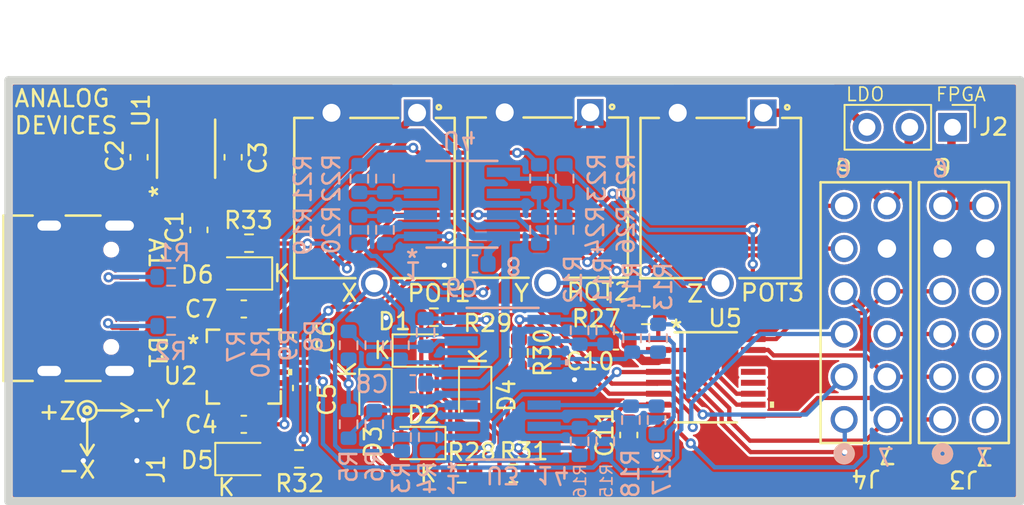
<source format=kicad_pcb>
(kicad_pcb (version 20221018) (generator pcbnew)
  (layers (0 "F.Cu" signal) (31 "B.Cu" power) (34 "B.Paste" user) (35 "F.Paste" user) (36 "B.SilkS" user "B.Silkscreen") (37 "F.SilkS" user "F.Silkscreen") (38 "B.Mask" user) (39 "F.Mask" user) (44 "Edge.Cuts" user))
  (net 0 "")
  (net 1 "Xout")
  (net 2 "GND")
  (net 3 "Yout")
  (net 4 "Zout")
  (net 5 "VBUS")
  (net 12 "3v3_FPGA")
  (net 13 "3v3_EXT")
  (net 14 "CS")
  (net 15 "MOSI")
  (net 16 "MISO")
  (net 17 "SCLK")
  (net 22 "Out_X+")
  (net 23 "Out_X-")
  (net 24 "Out_Y+")
  (net 25 "Out_Y-")
  (net 26 "Out_Z+")
  (net 27 "Out_Z-")
  (net 28 "Vx_off")
  (net 29 "Vy_off")
  (net 30 "/SS")
  (net 31 "Vz_off")
  (net 32 "/CC2")
  (net 34 "+3V3")
  (net 35 "/CC1")
  (net 43 "/VREF")
  (net 44 "/*RESET")
  (net 45 "/INA+")
  (net 46 "/INB-")
  (net 47 "/INA-")
  (net 48 "/INB+")
  (net 49 "/INC-")
  (net 50 "/INC+")
  (net 51 "/IND-")
  (net 52 "/IND+")
  (net 53 "/284_INA-")
  (net 54 "/284_INA+")
  (net 55 "/284_INB-")
  (net 56 "/284_INB+")
  (net 57 "/A_D1")
  (net 58 "/A_D2")
  (net 59 "/A_D3")
  (net 60 "/A_D4")
  (net 61 "/A_D5")
  (net 62 "/A_D6")
  (footprint "componente:CP_16_5A_ADI" (layer "F.Cu") (at 178.181 80.518)
    (fp_text reference "U2")
    (fp_text value "ADXL327BCPZ-RL7")
  )
  (footprint "Resistor_SMD:R_0603_1608Metric" (layer "F.Cu") (at 194.52 79.7 -90)
    (fp_text reference "R30")
    (fp_text value "150" hide)
  )
  (footprint "Diode_SMD:D_0805_2012Metric" (layer "F.Cu") (at 178.17 86.01)
    (fp_text reference "D5")
    (fp_text value "LED" hide)
  )
  (footprint "Resistor_SMD:R_0603_1608Metric" (layer "F.Cu") (at 202.057 77.47)
    (fp_text reference "R27")
    (fp_text value "10k" hide)
  )
  (footprint "Capacitor_SMD:C_0603_1608Metric" (layer "F.Cu") (at 181.61 81.788 -90)
    (fp_text reference "C5")
    (fp_text value "0.47uF")
  )
  (footprint "Diode_SMD:D_0805_2012Metric" (layer "F.Cu") (at 186 82.35 -90)
    (fp_text reference "D3")
    (fp_text value "LED" hide)
  )
  (footprint "Capacitor_SMD:C_0603_1608Metric" (layer "F.Cu") (at 178.181 77.089 180)
    (fp_text reference "C7")
    (fp_text value "0.1uF")
  )
  (footprint "Capacitor_SMD:C_0603_1608Metric" (layer "F.Cu") (at 175.514 72.39 -90)
    (fp_text reference "C1")
    (fp_text value "2.2uF" hide)
  )
  (footprint "Resistor_SMD:R_0603_1608Metric" (layer "F.Cu") (at 181.46 86 180)
    (fp_text reference "R32")
    (fp_text value "150" hide)
  )
  (footprint "Capacitor_SMD:C_0603_1608Metric" (layer "F.Cu") (at 171.958 68.072 90)
    (fp_text reference "C2")
    (fp_text value "2.2uF" hide)
  )
  (footprint "componente:USB4105-GF-A" (layer "F.Cu") (at 167.894 76.454 -90)
    (fp_text reference "J1")
    (fp_text value "USB4105")
  )
  (footprint "Capacitor_SMD:C_0603_1608Metric" (layer "F.Cu") (at 177.546 68.072 90)
    (fp_text reference "C3")
    (fp_text value "10nF" hide)
  )
  (footprint "componente:RM_8_ADI" (layer "F.Cu") (at 174.752 67.564 90)
    (fp_text reference "U1")
    (fp_text value "ADP1715ARMZ-3.3-R7")
  )
  (footprint "Capacitor_SMD:C_0603_1608Metric" (layer "F.Cu") (at 178.181 83.947 180)
    (fp_text reference "C4")
    (fp_text value "0.47uF" hide)
  )
  (footprint "Capacitor_SMD:C_0603_1608Metric" (layer "F.Cu") (at 181.61 78.74 90)
    (fp_text reference "C6")
    (fp_text value "0.47uF" hide)
  )
  (footprint "Diode_SMD:D_0805_2012Metric" (layer "F.Cu") (at 191.92 82.22 -90)
    (fp_text reference "D4")
    (fp_text value "LED" hide)
  )
  (footprint "Capacitor_SMD:C_0603_1608Metric" (layer "F.Cu") (at 200.279 78.994 180)
    (fp_text reference "C10")
    (fp_text value "0.1uF" hide)
  )
  (footprint "Diode_SMD:D_0805_2012Metric" (layer "F.Cu") (at 178.181 74.98 180)
    (fp_text reference "D6")
    (fp_text value "LED")
  )
  (footprint "Resistor_SMD:R_0603_1608Metric" (layer "F.Cu") (at 189.47 77.58 180)
    (fp_text reference "R29")
    (fp_text value "150")
  )
  (footprint "componente:CONN_2213S-30G_MTC_new" (layer "F.Cu") (at 213.8299 83.6606 90)
    (fp_text reference "J4")
    (fp_text value "67996-212HLF")
  )
  (footprint "componente:RU_16_ADI" (layer "F.Cu") (at 205.613 81.153)
    (fp_text reference "U5")
    (fp_text value "AD5592RBRUZ")
  )
  (footprint "Resistor_SMD:R_0603_1608Metric" (layer "F.Cu") (at 191.12 86.89 180)
    (fp_text reference "R28")
    (fp_text value "150")
  )
  (footprint "Diode_SMD:D_0805_2012Metric" (layer "F.Cu") (at 188.7 79.56)
    (fp_text reference "D1")
    (fp_text value "LED" hide)
  )
  (footprint "componente:POT_3386G" (layer "F.Cu") (at 183.4134 75.2602 180)
    (fp_text reference "POT1")
    (fp_text value "5k" hide)
  )
  (footprint "componente:POT_3386G" (layer "F.Cu") (at 193.7004 75.2348 180)
    (fp_text reference "POT2")
    (fp_text value "5k" hide)
  )
  (footprint "Capacitor_SMD:C_0603_1608Metric" (layer "F.Cu") (at 201.041 84.582 -90)
    (fp_text reference "C11")
    (fp_text value "0.1uF" hide)
  )
  (footprint "componente:CONN_2213S-30G_MTC_new" (layer "F.Cu") (at 219.6719 83.6606 90)
    (fp_text reference "J3")
    (fp_text value "825457-6")
  )
  (footprint "Resistor_SMD:R_0603_1608Metric" (layer "F.Cu") (at 194.19 86.86 180)
    (fp_text reference "R31")
    (fp_text value "150")
  )
  (footprint "Diode_SMD:D_0805_2012Metric" (layer "F.Cu") (at 188.47 85.06 180)
    (fp_text reference "D2")
    (fp_text value "LED")
  )
  (footprint "Connector_PinHeader_2.54mm:PinHeader_1x03_P2.54mm_Vertical" (layer "F.Cu") (at 220.265 66.29 -90)
    (fp_text reference "J2")
    (fp_text value "901200763")
  )
  (footprint "componente:POT_3386G" (layer "F.Cu") (at 203.9747 75.2602 180)
    (fp_text reference "POT3")
    (fp_text value "5k" hide)
  )
  (footprint "Resistor_SMD:R_0603_1608Metric" (layer "F.Cu") (at 178.49 73.18 180)
    (fp_text reference "R33")
    (fp_text value "150")
  )
  (footprint "Resistor_SMD:R_0603_1608Metric" (layer "B.Cu") (at 188.976 78.486 90)
    (fp_text reference "R8")
    (fp_text value "5.49Meg")
  )
  (footprint "Resistor_SMD:R_0603_1608Metric" (layer "B.Cu") (at 195.707 72.39 -90)
    (fp_text reference "R24")
    (fp_text value "5.49Meg" hide)
  )
  (footprint "Resistor_SMD:R_0603_1608Metric" (layer "B.Cu") (at 197.231 69.342 -90)
    (fp_text reference "R25")
    (fp_text value "1Meg")
  )
  (footprint "Resistor_SMD:R_0603_1608Metric" (layer "B.Cu") (at 201.168 83.693 90)
    (fp_text reference "R18")
    (fp_text value "5.49Meg" hide)
  )
  (footprint "Resistor_SMD:R_0603_1608Metric" (layer "B.Cu") (at 199.644 78.359 -90)
    (fp_text reference "R11")
    (fp_text value "1Meg" hide)
  )
  (footprint "Resistor_SMD:R_0603_1608Metric" (layer "B.Cu") (at 184.404 83.947 -90)
    (fp_text reference "R5")
    (fp_text value "1Meg")
  )
  (footprint "Resistor_SMD:R_0603_1608Metric" (layer "B.Cu") (at 173.863 75.184 180)
    (fp_text reference "R1")
    (fp_text value "5k1")
  )
  (footprint "Resistor_SMD:R_0603_1608Metric" (layer "B.Cu") (at 185.928 83.947 90)
    (fp_text reference "R6")
    (fp_text value "5.49Meg" hide)
  )
  (footprint "Resistor_SMD:R_0603_1608Metric" (layer "B.Cu") (at 173.863 78.105 180)
    (fp_text reference "R2")
    (fp_text value "5k1")
  )
  (footprint "Resistor_SMD:R_0603_1608Metric" (layer "B.Cu") (at 187.452 79.248 -90)
    (fp_text reference "R9")
    (fp_text value "1Meg")
  )
  (footprint "componente:R_14_ADI" (layer "B.Cu") (at 193.548 81.534)
    (fp_text reference "U3")
    (fp_text value "OP484FSZ-REEL7")
  )
  (footprint "Resistor_SMD:R_0603_1608Metric" (layer "B.Cu") (at 184.404 79.248 90)
    (fp_text reference "R7")
    (fp_text value "1Meg" hide)
  )
  (footprint "Resistor_SMD:R_0603_1608Metric" (layer "B.Cu") (at 198.12 84.963 -90)
    (fp_text reference "R16")
    (fp_text value "5.49Meg" hide)
  )
  (footprint "Resistor_SMD:R_0603_1608Metric" (layer "B.Cu") (at 195.707 69.342 -90)
    (fp_text reference "R23")
    (fp_text value "1Meg")
  )
  (footprint "Resistor_SMD:R_0603_1608Metric" (layer "B.Cu") (at 186.563 69.342 -90)
    (fp_text reference "R22")
    (fp_text value "5.49Meg")
  )
  (footprint "Resistor_SMD:R_0603_1608Metric" (layer "B.Cu") (at 202.78 78.83 -90)
    (fp_text reference "R13")
    (fp_text value "1Meg" hide)
  )
  (footprint "Resistor_SMD:R_0603_1608Metric" (layer "B.Cu") (at 199.644 84.963 90)
    (fp_text reference "R15")
    (fp_text value "1Meg" hide)
  )
  (footprint "componente:R_8_ADI" (layer "B.Cu") (at 191.135 70.866)
    (fp_text reference "U4")
    (fp_text value "OP284FSZ-REEL7")
  )
  (footprint "Resistor_SMD:R_0603_1608Metric" (layer "B.Cu") (at 185.039 69.342 -90)
    (fp_text reference "R21")
    (fp_text value "1Meg")
  )
  (footprint "Resistor_SMD:R_0603_1608Metric" (layer "B.Cu") (at 201.24 78.83 -90)
    (fp_text reference "R14")
    (fp_text value "5.49Meg" hide)
  )
  (footprint "Resistor_SMD:R_0603_1608Metric" (layer "B.Cu") (at 189.103 84.709 -90)
    (fp_text reference "R4")
    (fp_text value "5.49Meg" hide)
  )
  (footprint "Resistor_SMD:R_0603_1608Metric" (layer "B.Cu") (at 202.692 83.693 90)
    (fp_text reference "R17")
    (fp_text value "1Meg")
  )
  (footprint "Resistor_SMD:R_0603_1608Metric" (layer "B.Cu") (at 198.12 78.359 90)
    (fp_text reference "R12")
    (fp_text value "5.49Meg")
  )
  (footprint "Capacitor_SMD:C_0603_1608Metric" (layer "B.Cu") (at 188.214 81.534 180)
    (fp_text reference "C8")
    (fp_text value "0.1uF" hide)
  )
  (footprint "Capacitor_SMD:C_0603_1608Metric" (layer "B.Cu") (at 191.91 74.41 180)
    (fp_text reference "C9")
    (fp_text value "0.1uF")
  )
  (footprint "Resistor_SMD:R_0603_1608Metric" (layer "B.Cu") (at 197.231 72.39 90)
    (fp_text reference "R26")
    (fp_text value "5.49Meg")
  )
  (footprint "Resistor_SMD:R_0603_1608Metric" (layer "B.Cu") (at 185.928 79.248 -90)
    (fp_text reference "R10")
    (fp_text value "5.49Meg")
  )
  (footprint "Resistor_SMD:R_0603_1608Metric" (layer "B.Cu") (at 185.039 72.39 90)
    (fp_text reference "R19")
    (fp_text value "1Meg")
  )
  (footprint "Resistor_SMD:R_0603_1608Metric" (layer "B.Cu") (at 186.563 72.39 -90)
    (fp_text reference "R20")
    (fp_text value "5.49Meg")
  )
  (footprint "Resistor_SMD:R_0603_1608Metric" (layer "B.Cu") (at 187.579 84.709 90)
    (fp_text reference "R3")
    (fp_text value "1Meg" hide)
  )
  (gr_line (start 170.91 82.71) (end 171.61 83.13) (stroke (width 0.15)) (layer "F.SilkS"))
  (gr_line (start 171.61 83.13) (end 170.93 83.51) (stroke (width 0.15)) (layer "F.SilkS"))
  (gr_line (start 168.88 85.77) (end 168.5 85.15) (stroke (width 0.15)) (layer "F.SilkS"))
  (gr_line (start 168.88 83.672268) (end 168.88 85.77) (stroke (width 0.15)) (layer "F.SilkS"))
  (gr_line (start 169.432268 83.12) (end 171.61 83.13) (stroke (width 0.15)) (layer "F.SilkS"))
  (gr_line (start 168.88 85.77) (end 169.27 85.17) (stroke (width 0.15)) (layer "F.SilkS"))
  (gr_circle (center 168.88 83.12) (end 168.47 82.75) (stroke (width 0.15)) (fill none) (layer "F.SilkS"))
  (gr_circle (center 168.88 83.12) (end 168.978995 83.12) (stroke (width 0.2)) (fill none) (layer "F.SilkS"))
  (gr_line (start 164.211 88.519) (end 164.211 63.5) (stroke (width 0.5)) (layer "Edge.Cuts"))
  (gr_line (start 224.282 63.5) (end 224.282 88.519) (stroke (width 0.5)) (layer "Edge.Cuts"))
  (gr_line (start 224.282 88.519) (end 164.211 88.519) (stroke (width 0.5)) (layer "Edge.Cuts"))
  (gr_line (start 164.211 63.5) (end 224.282 63.5) (stroke (width 0.5)) (layer "Edge.Cuts"))
  (gr_text "8" (at 193.62 73.94 180) (layer "B.SilkS") (effects (font (size 1 1)) (justify left bottom mirror)))
  (gr_text "7" (at 222.74 86.51) (layer "B.SilkS") (effects (font (size 1 1)) (justify left bottom mirror)))
  (gr_text "6" (at 214.32 69.31) (layer "B.SilkS") (effects (font (size 1 1)) (justify left bottom mirror)))
  (gr_text "14" (at 195.5 86.37 180) (layer "B.SilkS") (effects (font (size 1 1)) (justify left bottom mirror)))
  (gr_text "6" (at 220.1 69.34) (layer "B.SilkS") (effects (font (size 1 1)) (justify left bottom mirror)))
  (gr_text "7" (at 216.88 86.53) (layer "B.SilkS") (effects (font (size 1 1)) (justify left bottom mirror)))
  (gr_text "1" (at 187.66 74.2 180) (layer "B.SilkS") (effects (font (size 1 1)) (justify left bottom mirror)))
  (gr_text "1" (at 190.04 86.89 180) (layer "B.SilkS") (effects (font (size 1 1)) (justify left bottom mirror)))
  (gr_text "K" (at 185.801 80.137) (layer "F.SilkS") (effects (font (size 1 1) (thickness 0.15) bold) (justify left bottom)))
  (gr_text "ANALOG\nDEVICES" (at 164.48 66.77) (layer "F.SilkS") (effects (font (size 1 1)) (justify left bottom)))
  (gr_text "FPGA" (at 219.21 64.81) (layer "F.SilkS") (effects (font (size 0.8 0.8) (thickness 0.1)) (justify left bottom)))
  (gr_text "A1" (at 172.466 72.771 -90) (layer "F.SilkS") (effects (font (size 1 1)) (justify left bottom)))
  (gr_text "K" (at 184.912 81.28 90) (layer "F.SilkS") (effects (font (size 1 1) (thickness 0.15) bold) (justify left bottom)))
  (gr_text "K" (at 179.832 75.565) (layer "F.SilkS") (effects (font (size 1 1) (thickness 0.15) bold) (justify left bottom)))
  (gr_text "K" (at 176.54 88.28) (layer "F.SilkS") (effects (font (size 1 1) (thickness 0.15) bold) (justify left bottom)))
  (gr_text "K" (at 188.53 87.46) (layer "F.SilkS") (effects (font (size 1 1) (thickness 0.15) bold) (justify left bottom)))
  (gr_text "-Y" (at 171.61 83.63) (layer "F.SilkS") (effects (font (size 1 1)) (justify left bottom)))
  (gr_text "-X" (at 167.08 87.24) (layer "F.SilkS") (effects (font (size 1 1)) (justify left bottom)))
  (gr_text "+Z" (at 165.9 83.75) (layer "F.SilkS") (effects (font (size 1 1)) (justify left bottom)))
  (gr_text "7" (at 216.98 85.18 180) (layer "F.SilkS") (effects (font (size 1 1)) (justify left bottom)))
  (gr_text "Z" (at 204.41 76.77) (layer "F.SilkS") (effects (font (size 1 1)) (justify left bottom)))
  (gr_text "Y" (at 194.15 76.74) (layer "F.SilkS") (effects (font (size 1 1)) (justify left bottom)))
  (gr_text "LDO" (at 213.87 64.8) (layer "F.SilkS") (effects (font (size 0.8 0.8) (thickness 0.1)) (justify left bottom)))
  (gr_text "K" (at 192.68 80.52 90) (layer "F.SilkS") (effects (font (size 1 1) (thickness 0.15) bold) (justify left bottom)))
  (gr_text "7" (at 222.75 85.26 180) (layer "F.SilkS") (effects (font (size 1 1)) (justify left bottom)))
  (gr_text "6" (at 214.38 68.09 180) (layer "F.SilkS") (effects (font (size 1 1)) (justify left bottom)))
  (gr_text "6" (at 220.29 68.05 180) (layer "F.SilkS") (effects (font (size 1 1)) (justify left bottom)))
  (gr_text "B1" (at 172.466 78.613 270) (layer "F.SilkS") (effects (font (size 1 1)) (justify left bottom)))
  (gr_text "X" (at 183.88 76.73) (layer "F.SilkS") (effects (font (size 1 1)) (justify left bottom)))
  (segment (start 181.61 79.515) (end 182.385 79.515) (width 0.254) (layer "F.Cu") (net 1))
  (segment (start 182.385 79.515) (end 184.404 81.534) (width 0.254) (layer "F.Cu") (net 1))
  (segment (start 181.581999 79.543001) (end 181.61 79.515) (width 0.254) (layer "F.Cu") (net 1))
  (segment (start 180.1217 79.543001) (end 181.581999 79.543001) (width 0.254) (layer "F.Cu") (net 1))
  (via (at 184.404 81.534) (size 0.6) (drill 0.3) (layers "F.Cu" "B.Cu") (net 1))
  (segment (start 184.404 81.534) (end 184.404 80.073) (width 0.254) (layer "B.Cu") (net 1))
  (segment (start 184.404 81.534) (end 184.404 83.122) (width 0.254) (layer "B.Cu") (net 1))
  (via (at 171.831 83.693) (size 0.6) (drill 0.3) (layers "F.Cu" "B.Cu") (net 2))
  (via (at 190.09 74.49) (size 0.6) (drill 0.3) (layers "F.Cu" "B.Cu") (net 2))
  (via (at 202.73 85.78) (size 0.6) (drill 0.3) (layers "F.Cu" "B.Cu") (net 2))
  (via (at 168.656 83.693) (size 0.6) (drill 0.3) (layers "F.Cu" "B.Cu") (net 2))
  (via (at 171.831 86.106) (size 0.6) (drill 0.3) (layers "F.Cu" "B.Cu") (net 2))
  (via (at 168.656 86.106) (size 0.6) (drill 0.3) (layers "F.Cu" "B.Cu") (net 2))
  (via (at 186.63275 77.61275) (size 0.6) (drill 0.3) (layers "F.Cu" "B.Cu") (net 2))
  (via (at 197.82 81.3) (size 0.6) (drill 0.3) (layers "F.Cu" "B.Cu") (net 2))
  (segment (start 185.928 78.3175) (end 185.928 78.423) (width 0.254) (layer "B.Cu") (net 2))
  (segment (start 197.586 81.534) (end 197.82 81.3) (width 0.254) (layer "B.Cu") (net 2))
  (segment (start 190.09 74.49) (end 190.17 74.41) (width 0.254) (layer "B.Cu") (net 2))
  (segment (start 190.17 74.41) (end 191.135 74.41) (width 0.254) (layer "B.Cu") (net 2))
  (segment (start 202.08 85.77) (end 202.72 85.77) (width 0.254) (layer "B.Cu") (net 2))
  (segment (start 196.0118 81.534) (end 197.586 81.534) (width 0.254) (layer "B.Cu") (net 2))
  (segment (start 202.72 85.77) (end 202.73 85.78) (width 0.254) (layer "B.Cu") (net 2))
  (segment (start 201.168 84.858) (end 202.08 85.77) (width 0.254) (layer "B.Cu") (net 2))
  (segment (start 188.2272 68.517) (end 188.6712 68.961) (width 0.5) (layer "B.Cu") (net 2))
  (segment (start 186.63275 77.61275) (end 185.928 78.3175) (width 0.254) (layer "B.Cu") (net 2))
  (segment (start 201.168 84.518) (end 201.168 84.858) (width 0.254) (layer "B.Cu") (net 2))
  (segment (start 186.563 68.517) (end 188.2272 68.517) (width 0.5) (layer "B.Cu") (net 2))
  (segment (start 180.1217 80.843001) (end 181.440001 80.843001) (width 0.254) (layer "F.Cu") (net 3))
  (segment (start 181.61 81.013) (end 182.486 81.013) (width 0.254) (layer "F.Cu") (net 3))
  (segment (start 182.486 81.013) (end 182.88 81.407) (width 0.254) (layer "F.Cu") (net 3))
  (segment (start 181.440001 80.843001) (end 181.61 81.013) (width 0.254) (layer "F.Cu") (net 3))
  (via (at 182.88 81.407) (size 0.6) (drill 0.3) (layers "F.Cu" "B.Cu") (net 3))
  (segment (start 203.91 85.93) (end 203.91 84.5) (width 0.254) (layer "B.Cu") (net 3))
  (segment (start 198.917 86.515) (end 199.644 85.788) (width 0.254) (layer "B.Cu") (net 3))
  (segment (start 204.162 84.248) (end 204.162 78.492) (width 0.254) (layer "B.Cu") (net 3))
  (segment (start 203.91 84.5) (end 204.162 84.248) (width 0.254) (layer "B.Cu") (net 3))
  (segment (start 203.02 86.82) (end 203.91 85.93) (width 0.254) (layer "B.Cu") (net 3))
  (segment (start 200.676 86.82) (end 203.02 86.82) (width 0.254) (layer "B.Cu") (net 3))
  (segment (start 204.162 78.492) (end 203.675 78.005) (width 0.254) (layer "B.Cu") (net 3))
  (segment (start 184.284657 86.515) (end 198.917 86.515) (width 0.254) (layer "B.Cu") (net 3))
  (segment (start 182.88 85.110343) (end 184.284657 86.515) (width 0.254) (layer "B.Cu") (net 3))
  (segment (start 199.644 85.788) (end 200.676 86.82) (width 0.254) (layer "B.Cu") (net 3))
  (segment (start 182.88 81.407) (end 182.88 85.110343) (width 0.254) (layer "B.Cu") (net 3))
  (segment (start 203.675 78.005) (end 202.78 78.005) (width 0.254) (layer "B.Cu") (net 3))
  (segment (start 179.155999 82.4587) (end 179.155999 83.747001) (width 0.254) (layer "F.Cu") (net 4))
  (segment (start 179.155999 83.747001) (end 178.956 83.947) (width 0.254) (layer "F.Cu") (net 4))
  (segment (start 188.24 67.51) (end 188.53 67.8) (width 0.254) (layer "F.Cu") (net 4))
  (segment (start 188.53 67.8) (end 194.4 67.8) (width 0.254) (layer "F.Cu") (net 4))
  (segment (start 178.956 83.947) (end 180.594 83.947) (width 0.254) (layer "F.Cu") (net 4))
  (segment (start 194.4 67.8) (end 194.41 67.81) (width 0.254) (layer "F.Cu") (net 4))
  (via (at 188.24 67.51) (size 0.6) (drill 0.3) (layers "F.Cu" "B.Cu") (net 4))
  (via (at 194.41 67.81) (size 0.6) (drill 0.3) (layers "F.Cu" "B.Cu") (net 4))
  (via (at 180.594 83.947) (size 0.6) (drill 0.3) (layers "F.Cu" "B.Cu") (net 4))
  (segment (start 194.41 67.81) (end 195 67.81) (width 0.254) (layer "B.Cu") (net 4))
  (segment (start 195 67.81) (end 195.707 68.517) (width 0.254) (layer "B.Cu") (net 4))
  (segment (start 188.24 67.51) (end 186.046 67.51) (width 0.254) (layer "B.Cu") (net 4))
  (segment (start 180.594 72.962) (end 185.039 68.517) (width 0.254) (layer "B.Cu") (net 4))
  (segment (start 186.046 67.51) (end 185.039 68.517) (width 0.254) (layer "B.Cu") (net 4))
  (segment (start 180.594 83.947) (end 180.594 72.962) (width 0.254) (layer "B.Cu") (net 4))
  (segment (start 171.3798 78.854001) (end 171.482799 78.957) (width 0.25) (layer "F.Cu") (net 5))
  (segment (start 220.203 70.4295) (end 219.6719 70.9606) (width 0.5) (layer "F.Cu") (net 12))
  (segment (start 222.2119 70.9606) (end 219.6719 70.9606) (width 0.5) (layer "F.Cu") (net 12))
  (segment (start 220.203 66.294) (end 220.203 70.4295) (width 0.5) (layer "F.Cu") (net 12))
  (segment (start 212.9966 64.1676) (end 187.2524 64.1676) (width 0.5) (layer "F.Cu") (net 13))
  (segment (start 175.077001 71.178001) (end 175.514 71.615) (width 0.4) (layer "F.Cu") (net 13))
  (segment (start 187.2524 64.1676) (end 179.805 71.615) (width 0.5) (layer "F.Cu") (net 13))
  (segment (start 179.805 71.615) (end 175.514 71.615) (width 0.5) (layer "F.Cu") (net 13))
  (segment (start 175.077001 69.7357) (end 175.077001 71.178001) (width 0.4) (layer "F.Cu") (net 13))
  (segment (start 215.123 66.294) (end 212.9966 64.1676) (width 0.5) (layer "F.Cu") (net 13))
  (segment (start 205.105 81.077652) (end 205.105 79.756) (width 0.254) (layer "F.Cu") (net 14))
  (segment (start 215.1105 84.92) (end 208.237 84.92) (width 0.254) (layer "F.Cu") (net 14))
  (segment (start 219.6719 83.6606) (end 216.3699 83.6606) (width 0.254) (layer "F.Cu") (net 14))
  (segment (start 207.01 83.693) (end 207.01 82.982653) (width 0.254) (layer "F.Cu") (net 14))
  (segment (start 216.3699 83.6606) (end 215.1105 84.92) (width 0.254) (layer "F.Cu") (net 14))
  (segment (start 207.01 82.982653) (end 205.105 81.077652) (width 0.254) (layer "F.Cu") (net 14))
  (segment (start 208.237 84.92) (end 207.01 83.693) (width 0.254) (layer "F.Cu") (net 14))
  (segment (start 205.105 79.756) (end 204.876999 79.527999) (width 0.254) (layer "F.Cu") (net 14))
  (segment (start 204.876999 79.527999) (end 202.7936 79.527999) (width 0.254) (layer "F.Cu") (net 14))
  (segment (start 209.644 79.85) (end 209.322002 79.528002) (width 0.254) (layer "F.Cu") (net 15))
  (segment (start 219.6719 81.1206) (end 216.3699 81.1206) (width 0.254) (layer "F.Cu") (net 15))
  (segment (start 216.3699 81.1206) (end 215.0993 79.85) (width 0.254) (layer "F.Cu") (net 15))
  (segment (start 215.0993 79.85) (end 209.644 79.85) (width 0.254) (layer "F.Cu") (net 15))
  (segment (start 209.322002 79.528002) (end 208.4324 79.528002) (width 0.254) (layer "F.Cu") (net 15))
  (segment (start 219.6719 78.5806) (end 220.98 79.8887) (width 0.254) (layer "F.Cu") (net 16))
  (segment (start 220.38 82.38) (end 212.26 82.38) (width 0.254) (layer "F.Cu") (net 16))
  (segment (start 212.26 82.38) (end 211.212001 83.427999) (width 0.254) (layer "F.Cu") (net 16))
  (segment (start 219.6719 78.5806) (end 216.3699 78.5806) (width 0.254) (layer "F.Cu") (net 16))
  (segment (start 220.98 79.8887) (end 220.98 81.78) (width 0.254) (layer "F.Cu") (net 16))
  (segment (start 211.212001 83.427999) (end 208.4324 83.427999) (width 0.254) (layer "F.Cu") (net 16))
  (segment (start 220.98 81.78) (end 220.38 82.38) (width 0.254) (layer "F.Cu") (net 16))
  (segment (start 211.341 77.33) (end 209.792999 78.878001) (width 0.254) (layer "F.Cu") (net 17))
  (segment (start 209.792999 78.878001) (end 208.4324 78.878001) (width 0.254) (layer "F.Cu") (net 17))
  (segment (start 216.3699 76.0406) (end 215.0805 77.33) (width 0.254) (layer "F.Cu") (net 17))
  (segment (start 215.0805 77.33) (end 211.341 77.33) (width 0.254) (layer "F.Cu") (net 17))
  (segment (start 219.6719 76.0406) (end 216.3699 76.0406) (width 0.254) (layer "F.Cu") (net 17))
  (segment (start 192.69 85.46) (end 191.945 86.205) (width 0.254) (layer "F.Cu") (net 22))
  (segment (start 206.556 83.246) (end 206.556 83.881052) (width 0.254) (layer "F.Cu") (net 22))
  (segment (start 202.781599 80.84) (end 202.7936 80.827999) (width 0.254) (layer "F.Cu") (net 22))
  (segment (start 200.33 80.84) (end 202.781599 80.84) (width 0.254) (layer "F.Cu") (net 22))
  (segment (start 191.945 86.205) (end 191.945 86.89) (width 0.254) (layer "F.Cu") (net 22))
  (segment (start 192.69 85.344) (end 192.69 85.46) (width 0.254) (layer "F.Cu") (net 22))
  (segment (start 202.7936 80.827999) (end 204.137999 80.827999) (width 0.254) (layer "F.Cu") (net 22))
  (segment (start 206.556 83.881052) (end 208.272948 85.598) (width 0.254) (layer "F.Cu") (net 22))
  (segment (start 208.272948 85.598) (end 213.868 85.598) (width 0.254) (layer "F.Cu") (net 22))
  (segment (start 204.137999 80.827999) (end 206.556 83.246) (width 0.254) (layer "F.Cu") (net 22))
  (via (at 200.33 80.84) (size 0.6) (drill 0.3) (layers "F.Cu" "B.Cu") (net 22))
  (via (at 192.69 85.344) (size 0.6) (drill 0.3) (layers "F.Cu" "B.Cu") (net 22))
  (via (at 213.868 85.598) (size 0.6) (drill 0.3) (layers "F.Cu" "B.Cu") (net 22))
  (segment (start 189.103 85.534) (end 189.675 85.534) (width 0.254) (layer "B.Cu") (net 22))
  (segment (start 213.868 83.6987) (end 213.8299 83.6606) (width 0.254) (layer "B.Cu") (net 22))
  (segment (start 199.01 82.16) (end 200.33 80.84) (width 0.254) (layer "B.Cu") (net 22))
  (segment (start 192.69 85.344) (end 193.04 84.994) (width 0.254) (layer "B.Cu") (net 22))
  (segment (start 193.04 83.857801) (end 194.737801 82.16) (width 0.254) (layer "B.Cu") (net 22))
  (segment (start 213.868 85.598) (end 213.868 83.6987) (width 0.254) (layer "B.Cu") (net 22))
  (segment (start 193.04 84.994) (end 193.04 83.857801) (width 0.254) (layer "B.Cu") (net 22))
  (segment (start 189.675 85.534) (end 189.865 85.344) (width 0.254) (layer "B.Cu") (net 22))
  (segment (start 189.865 85.344) (end 191.0842 85.344) (width 0.254) (layer "B.Cu") (net 22))
  (segment (start 192.69 85.344) (end 191.0842 85.344) (width 0.254) (layer "B.Cu") (net 22))
  (segment (start 194.737801 82.16) (end 199.01 82.16) (width 0.254) (layer "B.Cu") (net 22))
  (segment (start 200.04 81.53) (end 202.741598 81.53) (width 0.254) (layer "F.Cu") (net 23))
  (segment (start 202.741598 81.53) (end 202.7936 81.477998) (width 0.254) (layer "F.Cu") (net 23))
  (segment (start 195.557 77.047) (end 200.04 81.53) (width 0.254) (layer "F.Cu") (net 23))
  (segment (start 192.576 77.724) (end 193.253 77.047) (width 0.254) (layer "F.Cu") (net 23))
  (segment (start 203.542592 81.477998) (end 205.431297 83.366703) (width 0.254) (layer "F.Cu") (net 23))
  (segment (start 193.253 77.047) (end 195.557 77.047) (width 0.254) (layer "F.Cu") (net 23))
  (segment (start 192.576 77.724) (end 190.439 77.724) (width 0.254) (layer "F.Cu") (net 23))
  (segment (start 190.439 77.724) (end 190.295 77.58) (width 0.254) (layer "F.Cu") (net 23))
  (segment (start 202.7936 81.477998) (end 203.542592 81.477998) (width 0.254) (layer "F.Cu") (net 23))
  (via (at 205.431297 83.366703) (size 0.6) (drill 0.3) (layers "F.Cu" "B.Cu") (net 23))
  (via (at 192.576 77.724) (size 0.6) (drill 0.3) (layers "F.Cu" "B.Cu") (net 23))
  (segment (start 211.583797 83.366703) (end 213.8299 81.1206) (width 0.254) (layer "B.Cu") (net 23))
  (segment (start 205.431297 83.366703) (end 211.583797 83.366703) (width 0.254) (layer "B.Cu") (net 23))
  (segment (start 191.0212 77.661) (end 191.0842 77.724) (width 0.254) (layer "B.Cu") (net 23))
  (segment (start 188.976 77.661) (end 191.0212 77.661) (width 0.254) (layer "B.Cu") (net 23))
  (segment (start 192.576 77.724) (end 191.0842 77.724) (width 0.254) (layer "B.Cu") (net 23))
  (segment (start 204.724 83.312) (end 203.539999 82.127999) (width 0.254) (layer "F.Cu") (net 24))
  (segment (start 195.474 77.724) (end 199.877999 82.127999) (width 0.254) (layer "F.Cu") (net 24))
  (segment (start 203.539999 82.127999) (end 202.7936 82.127999) (width 0.254) (layer "F.Cu") (net 24))
  (segment (start 194.56 77.724) (end 195.474 77.724) (width 0.254) (layer "F.Cu") (net 24))
  (segment (start 194.56 78.835) (end 194.52 78.875) (width 0.254) (layer "F.Cu") (net 24))
  (segment (start 204.724 83.994) (end 204.724 83.312) (width 0.254) (layer "F.Cu") (net 24))
  (segment (start 194.56 77.724) (end 194.56 78.835) (width 0.254) (layer "F.Cu") (net 24))
  (segment (start 204.84 84.11) (end 204.724 83.994) (width 0.254) (layer "F.Cu") (net 24))
  (segment (start 199.877999 82.127999) (end 202.7936 82.127999) (width 0.254) (layer "F.Cu") (net 24))
  (via (at 194.56 77.724) (size 0.6) (drill 0.3) (layers "F.Cu" "B.Cu") (net 24))
  (via (at 204.84 84.11) (size 0.6) (drill 0.3) (layers "F.Cu" "B.Cu") (net 24))
  (segment (start 197.93 77.724) (end 198.12 77.534) (width 0.254) (layer "B.Cu") (net 24))
  (segment (start 204.754297 84.024297) (end 204.754297 82.685703) (width 0.254) (layer "B.Cu") (net 24))
  (segment (start 208.8594 78.5806) (end 213.8299 78.5806) (width 0.254) (layer "B.Cu") (net 24))
  (segment (start 196.0118 77.724) (end 194.56 77.724) (width 0.254) (layer "B.Cu") (net 24))
  (segment (start 204.754297 82.685703) (end 208.8594 78.5806) (width 0.254) (layer "B.Cu") (net 24))
  (segment (start 196.0118 77.724) (end 197.93 77.724) (width 0.254) (layer "B.Cu") (net 24))
  (segment (start 204.84 84.11) (end 204.754297 84.024297) (width 0.254) (layer "B.Cu") (net 24))
  (segment (start 204.06 83.290052) (end 203.547946 82.777998) (width 0.254) (layer "F.Cu") (net 25))
  (segment (start 200.814356 82.777998) (end 202.7936 82.777998) (width 0.254) (layer "F.Cu") (net 25))
  (segment (start 204.06 84.44) (end 204.06 83.290052) (width 0.254) (layer "F.Cu") (net 25))
  (segment (start 204.72 85.08) (end 204.7 85.08) (width 0.254) (layer "F.Cu") (net 25))
  (segment (start 204.7 85.08) (end 204.06 84.44) (width 0.254) (layer "F.Cu") (net 25))
  (segment (start 194.49 85.55) (end 195.015 86.075) (width 0.254) (layer "F.Cu") (net 25))
  (segment (start 194.49 85.344) (end 194.49 85.55) (width 0.254) (layer "F.Cu") (net 25))
  (segment (start 195.015 86.075) (end 195.015 86.86) (width 0.254) (layer "F.Cu") (net 25))
  (segment (start 198.248354 85.344) (end 200.814356 82.777998) (width 0.254) (layer "F.Cu") (net 25))
  (segment (start 194.49 85.344) (end 198.248354 85.344) (width 0.254) (layer "F.Cu") (net 25))
  (segment (start 203.547946 82.777998) (end 202.7936 82.777998) (width 0.254) (layer "F.Cu") (net 25))
  (via (at 194.49 85.344) (size 0.6) (drill 0.3) (layers "F.Cu" "B.Cu") (net 25))
  (via (at 204.72 85.08) (size 0.6) (drill 0.3) (layers "F.Cu" "B.Cu") (net 25))
  (segment (start 215.07 85.84) (end 215.07 77.2807) (width 0.254) (layer "B.Cu") (net 25))
  (segment (start 197.676 85.344) (end 198.12 85.788) (width 0.254) (layer "B.Cu") (net 25))
  (segment (start 196.0118 85.344) (end 194.49 85.344) (width 0.254) (layer "B.Cu") (net 25))
  (segment (start 204.72 85.08) (end 206.14 86.5) (width 0.254) (layer "B.Cu") (net 25))
  (segment (start 214.41 86.5) (end 215.07 85.84) (width 0.254) (layer "B.Cu") (net 25))
  (segment (start 206.14 86.5) (end 214.41 86.5) (width 0.254) (layer "B.Cu") (net 25))
  (segment (start 215.07 77.2807) (end 213.8299 76.0406) (width 0.254) (layer "B.Cu") (net 25))
  (segment (start 196.0118 85.344) (end 197.676 85.344) (width 0.254) (layer "B.Cu") (net 25))
  (segment (start 190.373 72.977) (end 186.39 76.96) (width 0.254) (layer "F.Cu") (net 26))
  (segment (start 207.447401 82.778001) (end 205.613 80.9436) (width 0.254) (layer "F.Cu") (net 26))
  (segment (start 205.613 77.089) (end 203.3505 74.8265) (width 0.254) (layer "F.Cu") (net 26))
  (segment (start 200.32 74.8265) (end 198.2645 72.771) (width 0.254) (layer "F.Cu") (net 26))
  (segment (start 190.373 72.771) (end 190.373 72.977) (width 0.254) (layer "F.Cu") (net 26))
  (segment (start 203.3505 74.8265) (end 202.05 74.8265) (width 0.254) (layer "F.Cu") (net 26))
  (segment (start 208.4324 82.778001) (end 207.447401 82.778001) (width 0.254) (layer "F.Cu") (net 26))
  (segment (start 181.74 85.455) (end 182.285 86) (width 0.254) (layer "F.Cu") (net 26))
  (segment (start 181.74 84.83) (end 181.74 85.455) (width 0.254) (layer "F.Cu") (net 26))
  (segment (start 202.05 74.8265) (end 203.3759 73.5006) (width 0.254) (layer "F.Cu") (net 26))
  (segment (start 203.3759 73.5006) (end 213.8299 73.5006) (width 0.254) (layer "F.Cu") (net 26))
  (segment (start 198.2645 72.771) (end 190.373 72.771) (width 0.254) (layer "F.Cu") (net 26))
  (segment (start 205.613 80.9436) (end 205.613 77.089) (width 0.254) (layer "F.Cu") (net 26))
  (segment (start 186.39 76.96) (end 183.44 76.96) (width 0.254) (layer "F.Cu") (net 26))
  (segment (start 183.44 76.96) (end 183.2 77.2) (width 0.254) (layer "F.Cu") (net 26))
  (via (at 183.2 77.2) (size 0.6) (drill 0.3) (layers "F.Cu" "B.Cu") (net 26))
  (via (at 202.05 74.8265) (size 0.6) (drill 0.3) (layers "F.Cu" "B.Cu") (net 26))
  (via (at 200.32 74.8265) (size 0.6) (drill 0.3) (layers "F.Cu" "B.Cu") (net 26))
  (via (at 181.74 84.83) (size 0.6) (drill 0.3) (layers "F.Cu" "B.Cu") (net 26))
  (via (at 190.373 72.771) (size 0.6) (drill 0.3) (layers "F.Cu" "B.Cu") (net 26))
  (segment (start 187.325 72.771) (end 188.6712 72.771) (width 0.254) (layer "B.Cu") (net 26))
  (segment (start 186.881 73.215) (end 187.325 72.771) (width 0.254) (layer "B.Cu") (net 26))
  (segment (start 183.2 77.2) (end 181.74 78.66) (width 0.254) (layer "B.Cu") (net 26))
  (segment (start 202.05 74.8265) (end 200.32 74.8265) (width 0.254) (layer "B.Cu") (net 26))
  (segment (start 181.74 78.66) (end 181.74 84.83) (width 0.254) (layer "B.Cu") (net 26))
  (segment (start 186.563 73.215) (end 186.881 73.215) (width 0.254) (layer "B.Cu") (net 26))
  (segment (start 188.6712 72.771) (end 190.373 72.771) (width 0.254) (layer "B.Cu") (net 26))
  (segment (start 208.407 75.946) (end 208.407 74.422) (width 0.254) (layer "F.Cu") (net 27))
  (segment (start 184.31 74.68) (end 184.31 74.43) (width 0.254) (layer "F.Cu") (net 27))
  (segment (start 198.809 71.501) (end 200.08 70.23) (width 0.254) (layer "F.Cu") (net 27))
  (segment (start 206.28 78.073) (end 208.407 75.946) (width 0.254) (layer "F.Cu") (net 27))
  (segment (start 192.11 71.501) (end 198.809 71.501) (width 0.254) (layer "F.Cu") (net 27))
  (segment (start 181.96 73.2) (end 179.405 73.2) (width 0.254) (layer "F.Cu") (net 27))
  (segment (start 208.4324 82.127999) (end 207.447401 82.127999) (width 0.254) (layer "F.Cu") (net 27))
  (segment (start 208.407 72.39) (end 209.8364 70.9606) (width 0.254) (layer "F.Cu") (net 27))
  (segment (start 206.28 80.960598) (end 206.28 78.073) (width 0.254) (layer "F.Cu") (net 27))
  (segment (start 207.447401 82.127999) (end 206.28 80.960598) (width 0.254) (layer "F.Cu") (net 27))
  (segment (start 179.405 73.2) (end 179.325 73.12) (width 0.254) (layer "F.Cu") (net 27))
  (segment (start 184.31 74.43) (end 187.239 71.501) (width 0.254) (layer "F.Cu") (net 27))
  (segment (start 187.239 71.501) (end 192.11 71.501) (width 0.254) (layer "F.Cu") (net 27))
  (segment (start 209.8364 70.9606) (end 213.8299 70.9606) (width 0.254) (layer "F.Cu") (net 27))
  (via (at 208.407 72.39) (size 0.6) (drill 0.3) (layers "F.Cu" "B.Cu") (net 27))
  (via (at 200.08 70.23) (size 0.6) (drill 0.3) (layers "F.Cu" "B.Cu") (net 27))
  (via (at 184.31 74.68) (size 0.6) (drill 0.3) (layers "F.Cu" "B.Cu") (net 27))
  (via (at 181.96 73.2) (size 0.6) (drill 0.3) (layers "F.Cu" "B.Cu") (net 27))
  (via (at 208.407 74.422) (size 0.6) (drill 0.3) (layers "F.Cu" "B.Cu") (net 27))
  (via (at 192.11 71.501) (size 0.6) (drill 0.3) (layers "F.Cu" "B.Cu") (net 27))
  (segment (start 200.08 70.23) (end 202.24 72.39) (width 0.254) (layer "B.Cu") (net 27))
  (segment (start 194.304799 71.501) (end 193.5988 71.501) (width 0.254) (layer "B.Cu") (net 27))
  (segment (start 182.83 73.2) (end 181.96 73.2) (width 0.254) (layer "B.Cu") (net 27))
  (segment (start 193.5988 71.501) (end 192.11 71.501) (width 0.254) (layer "B.Cu") (net 27))
  (segment (start 208.407 74.422) (end 208.407 72.39) (width 0.254) (layer "B.Cu") (net 27))
  (segment (start 195.707 72.903201) (end 194.304799 71.501) (width 0.254) (layer "B.Cu") (net 27))
  (segment (start 195.707 73.215) (end 195.707 72.903201) (width 0.254) (layer "B.Cu") (net 27))
  (segment (start 202.24 72.39) (end 208.407 72.39) (width 0.254) (layer "B.Cu") (net 27))
  (segment (start 184.31 74.68) (end 182.83 73.2) (width 0.254) (layer "B.Cu") (net 27))
  (segment (start 187.452 77.089) (end 187.452 78.423) (width 0.254) (layer "B.Cu") (net 28))
  (segment (start 183.602 85.190291) (end 183.602 77.891) (width 0.254) (layer "B.Cu") (net 28))
  (segment (start 183.602 77.891) (end 185.928 75.565) (width 0.254) (layer "B.Cu") (net 28))
  (segment (start 187.579 85.534) (end 183.945709 85.534) (width 0.254) (layer "B.Cu") (net 28))
  (segment (start 183.945709 85.534) (end 183.602 85.190291) (width 0.254) (layer "B.Cu") (net 28))
  (segment (start 185.928 75.565) (end 187.452 77.089) (width 0.254) (layer "B.Cu") (net 28))
  (segment (start 199.644 77.534) (end 199.644 77.825291) (width 0.254) (layer "B.Cu") (net 29))
  (segment (start 197.6496 75.5396) (end 199.644 77.534) (width 0.254) (layer "B.Cu") (net 29))
  (segment (start 199.644 77.825291) (end 200.638709 78.82) (width 0.254) (layer "B.Cu") (net 29))
  (segment (start 203.708 79.178) (end 203.708 83.502) (width 0.254) (layer "B.Cu") (net 29))
  (segment (start 200.638709 78.82) (end 203.35 78.82) (width 0.254) (layer "B.Cu") (net 29))
  (segment (start 196.215 75.5396) (end 197.6496 75.5396) (width 0.254) (layer "B.Cu") (net 29))
  (segment (start 203.35 78.82) (end 203.708 79.178) (width 0.254) (layer "B.Cu") (net 29))
  (segment (start 203.708 83.502) (end 202.692 84.518) (width 0.254) (layer "B.Cu") (net 29))
  (segment (start 176.6573 69.7357) (end 177.546 68.847) (width 0.254) (layer "F.Cu") (net 30))
  (segment (start 175.726999 69.7357) (end 176.6573 69.7357) (width 0.254) (layer "F.Cu") (net 30))
  (segment (start 192.39 76.11) (end 194.459 74.041) (width 0.254) (layer "F.Cu") (net 31))
  (segment (start 194.459 74.041) (end 198.311 74.041) (width 0.254) (layer "F.Cu") (net 31))
  (segment (start 198.311 74.041) (end 198.58 74.31) (width 0.254) (layer "F.Cu") (net 31))
  (via (at 192.39 76.11) (size 0.6) (drill 0.3) (layers "F.Cu" "B.Cu") (net 31))
  (via (at 198.58 74.31) (size 0.6) (drill 0.3) (layers "F.Cu" "B.Cu") (net 31))
  (segment (start 202.914 74.2) (end 204.279 75.565) (width 0.254) (layer "B.Cu") (net 31))
  (segment (start 200.782 72.068) (end 202.914 74.2) (width 0.254) (layer "B.Cu") (net 31))
  (segment (start 200.487 71.773) (end 200.782 72.068) (width 0.254) (layer "B.Cu") (net 31))
  (segment (start 204.279 75.565) (end 206.4893 75.565) (width 0.254) (layer "B.Cu") (net 31))
  (segment (start 192.39 76.11) (end 189.94 76.11) (width 0.254) (layer "B.Cu") (net 31))
  (segment (start 186.042 73.942) (end 185.766 73.942) (width 0.254) (layer "B.Cu") (net 31))
  (segment (start 189.403 75.573) (end 187.673 75.573) (width 0.254) (layer "B.Cu") (net 31))
  (segment (start 200.782 72.108) (end 200.782 72.068) (width 0.254) (layer "B.Cu") (net 31))
  (segment (start 197.231 68.517) (end 200.487 71.773) (width 0.254) (layer "B.Cu") (net 31))
  (segment (start 189.94 76.11) (end 189.403 75.573) (width 0.254) (layer "B.Cu") (net 31))
  (segment (start 187.673 75.573) (end 186.042 73.942) (width 0.254) (layer "B.Cu") (net 31))
  (segment (start 185.766 73.942) (end 185.039 73.215) (width 0.254) (layer "B.Cu") (net 31))
  (segment (start 198.58 74.31) (end 200.782 72.108) (width 0.254) (layer "B.Cu") (net 31))
  (segment (start 170.383999 78.203999) (end 171.3798 78.203999) (width 0.254) (layer "F.Cu") (net 32))
  (segment (start 170.12 77.94) (end 170.383999 78.203999) (width 0.254) (layer "F.Cu") (net 32))
  (via (at 170.12 77.94) (size 0.6) (drill 0.3) (layers "F.Cu" "B.Cu") (net 32))
  (segment (start 170.12 77.94) (end 170.285 78.105) (width 0.254) (layer "B.Cu") (net 32))
  (segment (start 170.285 78.105) (end 173.038 78.105) (width 0.254) (layer "B.Cu") (net 32))
  (segment (start 177.855999 78.5773) (end 178.506001 78.5773) (width 0.5) (layer "F.Cu") (net 34))
  (segment (start 178.956 77.089) (end 178.506001 77.538999) (width 0.5) (layer "F.Cu") (net 34))
  (segment (start 216.3699 70.9606) (end 210.8397 65.4304) (width 0.5) (layer "F.Cu") (net 34))
  (segment (start 201.232 78.816) (end 201.054 78.994) (width 0.5) (layer "F.Cu") (net 34))
  (segment (start 183.896 73.279) (end 180.086 77.089) (width 0.5) (layer "F.Cu") (net 34))
  (segment (start 217.663 69.6675) (end 216.3699 70.9606) (width 0.5) (layer "F.Cu") (net 34))
  (segment (start 200.5 67.15) (end 207.3097 67.15) (width 0.5) (layer "F.Cu") (net 34))
  (segment (start 178.506001 77.538999) (end 178.506001 78.5773) (width 0.5) (layer "F.Cu") (net 34))
  (segment (start 201.25 69.27) (end 201.25 77.452) (width 0.5) (layer "F.Cu") (net 34))
  (segment (start 198.755 66.775) (end 201.25 69.27) (width 0.5) (layer "F.Cu") (net 34))
  (segment (start 201.054 79.334) (end 201.898001 80.178001) (width 0.5) (layer "F.Cu") (net 34))
  (segment (start 180.086 77.089) (end 178.956 77.089) (width 0.5) (layer "F.Cu") (net 34))
  (segment (start 189.9666 66.929) (end 188.468 65.4304) (width 0.5) (layer "F.Cu") (net 34))
  (segment (start 207.3097 67.15) (end 209.0293 65.4304) (width 0.5) (layer "F.Cu") (net 34))
  (segment (start 201.054 78.994) (end 201.054 79.334) (width 0.5) (layer "F.Cu") (net 34))
  (segment (start 188.468 65.4304) (end 183.896 70.0024) (width 0.5) (layer "F.Cu") (net 34))
  (segment (start 217.663 66.294) (end 217.663 69.6675) (width 0.5) (layer "F.Cu") (net 34))
  (segment (start 210.8397 65.4304) (end 209.0293 65.4304) (width 0.5) (layer "F.Cu") (net 34))
  (segment (start 201.232 77.47) (end 201.232 78.816) (width 0.5) (layer "F.Cu") (net 34))
  (segment (start 201.25 77.452) (end 201.232 77.47) (width 0.5) (layer "F.Cu") (net 34))
  (segment (start 198.755 65.405) (end 198.755 66.775) (width 0.5) (layer "F.Cu") (net 34))
  (segment (start 201.898001 80.178001) (end 202.7936 80.178001) (width 0.5) (layer "F.Cu") (net 34))
  (segment (start 198.755 65.405) (end 197.231 66.929) (width 0.5) (layer "F.Cu") (net 34))
  (segment (start 197.231 66.929) (end 189.9666 66.929) (width 0.5) (layer "F.Cu") (net 34))
  (segment (start 183.896 70.0024) (end 183.896 73.279) (width 0.5) (layer "F.Cu") (net 34))
  (segment (start 198.755 65.405) (end 200.5 67.15) (width 0.5) (layer "F.Cu") (net 34))
  (segment (start 193.72 72.8922) (end 193.72 80.11) (width 0.5) (layer "B.Cu") (net 34))
  (segment (start 192.685 74.41) (end 192.685 73.6848) (width 0.5) (layer "B.Cu") (net 34))
  (segment (start 188.468 65.4304) (end 190.86 67.8224) (width 0.5) (layer "B.Cu") (net 34))
  (segment (start 190.86 71.81) (end 191.821 72.771) (width 0.5) (layer "B.Cu") (net 34))
  (segment (start 190.86 67.8224) (end 190.86 71.81) (width 0.5) (layer "B.Cu") (net 34))
  (segment (start 192.685 73.6848) (end 193.5988 72.771) (width 0.5) (layer "B.Cu") (net 34))
  (segment (start 193.72 80.11) (end 192.296 81.534) (width 0.5) (layer "B.Cu") (net 34))
  (segment (start 193.5988 72.771) (end 193.72 72.8922) (width 0.5) (layer "B.Cu") (net 34))
  (segment (start 191.821 72.771) (end 193.5988 72.771) (width 0.5) (layer "B.Cu") (net 34))
  (segment (start 188.989 81.534) (end 191.0842 81.534) (width 0.5) (layer "B.Cu") (net 34))
  (segment (start 192.296 81.534) (end 191.0842 81.534) (width 0.5) (layer "B.Cu") (net 34))
  (segment (start 170.156 75.204) (end 171.3798 75.204) (width 0.254) (layer "F.Cu") (net 35))
  (segment (start 170.15 75.21) (end 170.156 75.204) (width 0.254) (layer "F.Cu") (net 35))
  (via (at 170.15 75.21) (size 0.6) (drill 0.3) (layers "F.Cu" "B.Cu") (net 35))
  (segment (start 170.176 75.184) (end 173.038 75.184) (width 0.254) (layer "B.Cu") (net 35))
  (segment (start 170.15 75.21) (end 170.176 75.184) (width 0.254) (layer "B.Cu") (net 35))
  (segment (start 202.414599 83.807) (end 202.7936 83.427999) (width 0.254) (layer "F.Cu") (net 43))
  (segment (start 201.041 83.807) (end 202.414599 83.807) (width 0.254) (layer "F.Cu") (net 43))
  (segment (start 202.7936 78.878001) (end 202.7936 77.5584) (width 0.254) (layer "F.Cu") (net 44))
  (segment (start 202.7936 77.5584) (end 202.882 77.47) (width 0.254) (layer "F.Cu") (net 44))
  (segment (start 189.39 83.13) (end 189.716 82.804) (width 0.254) (layer "B.Cu") (net 45))
  (segment (start 189.382 83.122) (end 189.39 83.13) (width 0.254) (layer "B.Cu") (net 45))
  (segment (start 189.716 82.804) (end 191.0842 82.804) (width 0.254) (layer "B.Cu") (net 45))
  (segment (start 185.928 83.122) (end 189.382 83.122) (width 0.254) (layer "B.Cu") (net 45))
  (segment (start 184.404 84.772) (end 184.404 84.646) (width 0.254) (layer "B.Cu") (net 45))
  (segment (start 184.404 84.646) (end 185.928 83.122) (width 0.254) (layer "B.Cu") (net 45))
  (segment (start 185.327 79.346) (end 188.941 79.346) (width 0.254) (layer "B.Cu") (net 46))
  (segment (start 188.976 79.311) (end 189.421 79.311) (width 0.254) (layer "B.Cu") (net 46))
  (segment (start 184.404 78.423) (end 185.327 79.346) (width 0.254) (layer "B.Cu") (net 46))
  (segment (start 188.941 79.346) (end 188.976 79.311) (width 0.254) (layer "B.Cu") (net 46))
  (segment (start 189.738 78.994) (end 191.0842 78.994) (width 0.254) (layer "B.Cu") (net 46))
  (segment (start 189.421 79.311) (end 189.738 78.994) (width 0.254) (layer "B.Cu") (net 46))
  (segment (start 189.865 84.074) (end 191.0842 84.074) (width 0.254) (layer "B.Cu") (net 47))
  (segment (start 187.579 83.884) (end 189.103 83.884) (width 0.254) (layer "B.Cu") (net 47))
  (segment (start 189.103 83.884) (end 189.675 83.884) (width 0.254) (layer "B.Cu") (net 47))
  (segment (start 189.675 83.884) (end 189.865 84.074) (width 0.254) (layer "B.Cu") (net 47))
  (segment (start 187.643 80.264) (end 191.0842 80.264) (width 0.254) (layer "B.Cu") (net 48))
  (segment (start 185.928 80.073) (end 187.452 80.073) (width 0.254) (layer "B.Cu") (net 48))
  (segment (start 187.452 80.073) (end 187.643 80.264) (width 0.254) (layer "B.Cu") (net 48))
  (segment (start 196.0118 78.994) (end 197.93 78.994) (width 0.254) (layer "B.Cu") (net 49))
  (segment (start 197.93 78.994) (end 198.12 79.184) (width 0.254) (layer "B.Cu") (net 49))
  (segment (start 199.644 79.184) (end 198.12 79.184) (width 0.254) (layer "B.Cu") (net 49))
  (segment (start 200.825 80.07) (end 201.24 79.655) (width 0.254) (layer "B.Cu") (net 50))
  (segment (start 197.346 80.264) (end 197.54 80.07) (width 0.254) (layer "B.Cu") (net 50))
  (segment (start 196.0118 80.264) (end 197.346 80.264) (width 0.254) (layer "B.Cu") (net 50))
  (segment (start 197.54 80.07) (end 200.825 80.07) (width 0.254) (layer "B.Cu") (net 50))
  (segment (start 201.24 79.655) (end 202.78 79.655) (width 0.254) (layer "B.Cu") (net 50))
  (segment (start 199.644 84.138) (end 198.12 84.138) (width 0.254) (layer "B.Cu") (net 51))
  (segment (start 196.0758 84.138) (end 196.0118 84.074) (width 0.254) (layer "B.Cu") (net 51))
  (segment (start 198.12 84.138) (end 196.0758 84.138) (width 0.254) (layer "B.Cu") (net 51))
  (segment (start 201.104 82.804) (end 196.0118 82.804) (width 0.254) (layer "B.Cu") (net 52))
  (segment (start 201.168 82.868) (end 201.104 82.804) (width 0.254) (layer "B.Cu") (net 52))
  (segment (start 202.692 82.868) (end 201.168 82.868) (width 0.254) (layer "B.Cu") (net 52))
  (segment (start 185.039 71.565) (end 186.563 71.565) (width 0.254) (layer "B.Cu") (net 53))
  (segment (start 188.6072 71.565) (end 188.6712 71.501) (width 0.254) (layer "B.Cu") (net 53))
  (segment (start 186.563 71.565) (end 188.6072 71.565) (width 0.254) (layer "B.Cu") (net 53))
  (segment (start 188.6072 70.167) (end 188.6712 70.231) (width 0.254) (layer "B.Cu") (net 54))
  (segment (start 185.039 70.167) (end 186.563 70.167) (width 0.254) (layer "B.Cu") (net 54))
  (segment (start 186.563 70.167) (end 188.6072 70.167) (width 0.254) (layer "B.Cu") (net 54))
  (segment (start 195.707 71.565) (end 195.707 70.167) (width 0.254) (layer "B.Cu") (net 55))
  (segment (start 193.5988 70.231) (end 195.643 70.231) (width 0.254) (layer "B.Cu") (net 55))
  (segment (start 195.643 70.231) (end 195.707 70.167) (width 0.254) (layer "B.Cu") (net 55))
  (segment (start 197.231 70.167) (end 196.414 69.35) (width 0.254) (layer "B.Cu") (net 56))
  (segment (start 196.414 69.35) (end 193.9878 69.35) (width 0.254) (layer "B.Cu") (net 56))
  (segment (start 193.9878 69.35) (end 193.5988 68.961) (width 0.254) (layer "B.Cu") (net 56))
  (segment (start 197.231 71.565) (end 197.231 70.167) (width 0.254) (layer "B.Cu") (net 56))
  (segment (start 189.6375 81.9875) (end 189.6375 79.56) (width 0.254) (layer "F.Cu") (net 57))
  (segment (start 190.44 82.79) (end 189.6375 81.9875) (width 0.254) (layer "F.Cu") (net 57))
  (segment (start 190.295 86.89) (end 190.44 86.745) (width 0.254) (layer "F.Cu") (net 57))
  (segment (start 190.44 86.745) (end 190.44 82.79) (width 0.254) (layer "F.Cu") (net 57))
  (segment (start 188.72 83.05) (end 187.5325 84.2375) (width 0.254) (layer "F.Cu") (net 58))
  (segment (start 187.5325 84.2375) (end 187.5325 85.06) (width 0.254) (layer "F.Cu") (net 58))
  (segment (start 188.72 77.655) (end 188.72 83.05) (width 0.254) (layer "F.Cu") (net 58))
  (segment (start 188.645 77.58) (end 188.72 77.655) (width 0.254) (layer "F.Cu") (net 58))
  (segment (start 193.85 81.195) (end 193.85 85.93) (width 0.254) (layer "F.Cu") (net 59))
  (segment (start 185.95 85.95) (end 185.95 83.3375) (width 0.254) (layer "F.Cu") (net 59))
  (segment (start 194.22 86.3) (end 194.22 87.33) (width 0.254) (layer "F.Cu") (net 59))
  (segment (start 193.72 87.83) (end 187.83 87.83) (width 0.254) (layer "F.Cu") (net 59))
  (segment (start 185.95 83.3375) (end 186 83.2875) (width 0.254) (layer "F.Cu") (net 59))
  (segment (start 193.85 85.93) (end 194.22 86.3) (width 0.254) (layer "F.Cu") (net 59))
  (segment (start 194.22 87.33) (end 193.72 87.83) (width 0.254) (layer "F.Cu") (net 59))
  (segment (start 187.83 87.83) (end 185.95 85.95) (width 0.254) (layer "F.Cu") (net 59))
  (segment (start 194.52 80.525) (end 193.85 81.195) (width 0.254) (layer "F.Cu") (net 59))
  (segment (start 193.365 86.86) (end 193.365 84.6025) (width 0.254) (layer "F.Cu") (net 60))
  (segment (start 193.365 84.6025) (end 191.92 83.1575) (width 0.254) (layer "F.Cu") (net 60))
  (segment (start 179.1175 86) (end 179.1075 86.01) (width 0.254) (layer "F.Cu") (net 61))
  (segment (start 180.635 86) (end 179.1175 86) (width 0.254) (layer "F.Cu") (net 61))
  (segment (start 177.665 74.5585) (end 177.2435 74.98) (width 0.254) (layer "F.Cu") (net 62))
  (segment (start 177.665 73.18) (end 177.665 74.5585) (width 0.254) (layer "F.Cu") (net 62))
  (zone (net 5) (net_name "VBUS") (layer "F.Cu") (name "VBUS") (priority 1) (connect_pads yes (clearance 0.2)) (min_thickness 0.1) (fill yes (thermal_gap 0.5) (thermal_bridge_width 0.5))
    (polygon (pts (xy 170.8 78.56) (xy 171.96 78.56) (xy 172.339 78.33) (xy 172.34 74.64) (xy 171.95 74.35) (xy 170.8 74.35) (xy 170.8 73.76) (xy 171.96 73.76) (xy 172.339 73.533) (xy 172.339 71.247) (xy 171.48 70.485) (xy 171.48 68.39) (xy 172.44 68.39) (xy 173.101 68.707) (xy 173.56 68.97) (xy 174.65 68.97) (xy 174.65 70.5) (xy 174.625 77.89) (xy 174.350715 78.614625) (xy 173.62 79.15) (xy 171.95 79.15) (xy 170.8 79.15)))
  )
  (zone (net 2) (net_name "GND") (layer "F.Cu") (name "GND") (connect_pads yes (clearance 0.1)) (min_thickness 0.1) (fill yes (thermal_gap 0.5) (thermal_bridge_width 0.5))
    (polygon (pts (xy 164.465 63.754) (xy 224.028 63.754) (xy 224.028 88.265) (xy 164.465 88.265)))
  )
  (zone (net 2) (net_name "GND") (layer "B.Cu") (priority 1) (connect_pads yes (clearance 0)) (min_thickness 0.25) (fill yes (thermal_gap 0.5) (thermal_bridge_width 0.5))
    (polygon (pts (xy 164.462 63.758) (xy 224.028 63.754) (xy 224.025 88.269) (xy 164.462 88.269)))
  )
)
</source>
